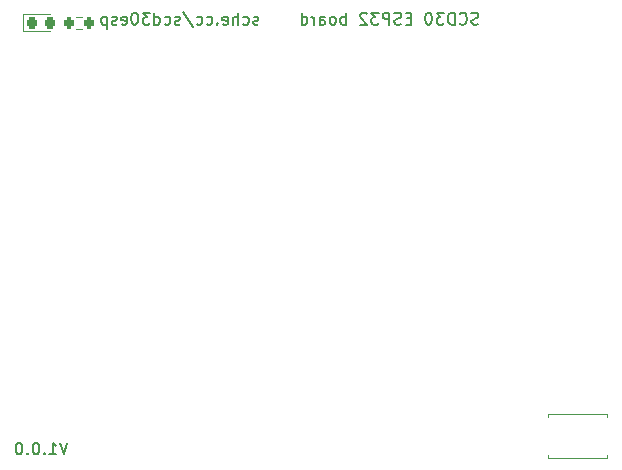
<source format=gbr>
%TF.GenerationSoftware,KiCad,Pcbnew,8.0.7*%
%TF.CreationDate,2025-01-23T23:10:58+01:00*%
%TF.ProjectId,scd30_esp,73636433-305f-4657-9370-2e6b69636164,rev?*%
%TF.SameCoordinates,Original*%
%TF.FileFunction,Legend,Bot*%
%TF.FilePolarity,Positive*%
%FSLAX46Y46*%
G04 Gerber Fmt 4.6, Leading zero omitted, Abs format (unit mm)*
G04 Created by KiCad (PCBNEW 8.0.7) date 2025-01-23 23:10:58*
%MOMM*%
%LPD*%
G01*
G04 APERTURE LIST*
G04 Aperture macros list*
%AMRoundRect*
0 Rectangle with rounded corners*
0 $1 Rounding radius*
0 $2 $3 $4 $5 $6 $7 $8 $9 X,Y pos of 4 corners*
0 Add a 4 corners polygon primitive as box body*
4,1,4,$2,$3,$4,$5,$6,$7,$8,$9,$2,$3,0*
0 Add four circle primitives for the rounded corners*
1,1,$1+$1,$2,$3*
1,1,$1+$1,$4,$5*
1,1,$1+$1,$6,$7*
1,1,$1+$1,$8,$9*
0 Add four rect primitives between the rounded corners*
20,1,$1+$1,$2,$3,$4,$5,0*
20,1,$1+$1,$4,$5,$6,$7,0*
20,1,$1+$1,$6,$7,$8,$9,0*
20,1,$1+$1,$8,$9,$2,$3,0*%
G04 Aperture macros list end*
%ADD10C,0.150000*%
%ADD11C,0.120000*%
%ADD12C,0.000000*%
%ADD13R,1.700000X1.700000*%
%ADD14O,1.700000X1.700000*%
%ADD15C,3.200000*%
%ADD16C,0.650000*%
%ADD17O,1.000000X2.100000*%
%ADD18O,1.000000X1.600000*%
%ADD19C,1.000000*%
%ADD20R,1.450000X1.000000*%
%ADD21RoundRect,0.200000X-0.200000X-0.275000X0.200000X-0.275000X0.200000X0.275000X-0.200000X0.275000X0*%
%ADD22RoundRect,0.218750X-0.218750X-0.256250X0.218750X-0.256250X0.218750X0.256250X-0.218750X0.256250X0*%
G04 APERTURE END LIST*
D10*
X131010839Y-79807200D02*
X130915601Y-79854819D01*
X130915601Y-79854819D02*
X130725125Y-79854819D01*
X130725125Y-79854819D02*
X130629887Y-79807200D01*
X130629887Y-79807200D02*
X130582268Y-79711961D01*
X130582268Y-79711961D02*
X130582268Y-79664342D01*
X130582268Y-79664342D02*
X130629887Y-79569104D01*
X130629887Y-79569104D02*
X130725125Y-79521485D01*
X130725125Y-79521485D02*
X130867982Y-79521485D01*
X130867982Y-79521485D02*
X130963220Y-79473866D01*
X130963220Y-79473866D02*
X131010839Y-79378628D01*
X131010839Y-79378628D02*
X131010839Y-79331009D01*
X131010839Y-79331009D02*
X130963220Y-79235771D01*
X130963220Y-79235771D02*
X130867982Y-79188152D01*
X130867982Y-79188152D02*
X130725125Y-79188152D01*
X130725125Y-79188152D02*
X130629887Y-79235771D01*
X129725125Y-79807200D02*
X129820363Y-79854819D01*
X129820363Y-79854819D02*
X130010839Y-79854819D01*
X130010839Y-79854819D02*
X130106077Y-79807200D01*
X130106077Y-79807200D02*
X130153696Y-79759580D01*
X130153696Y-79759580D02*
X130201315Y-79664342D01*
X130201315Y-79664342D02*
X130201315Y-79378628D01*
X130201315Y-79378628D02*
X130153696Y-79283390D01*
X130153696Y-79283390D02*
X130106077Y-79235771D01*
X130106077Y-79235771D02*
X130010839Y-79188152D01*
X130010839Y-79188152D02*
X129820363Y-79188152D01*
X129820363Y-79188152D02*
X129725125Y-79235771D01*
X129296553Y-79854819D02*
X129296553Y-78854819D01*
X128867982Y-79854819D02*
X128867982Y-79331009D01*
X128867982Y-79331009D02*
X128915601Y-79235771D01*
X128915601Y-79235771D02*
X129010839Y-79188152D01*
X129010839Y-79188152D02*
X129153696Y-79188152D01*
X129153696Y-79188152D02*
X129248934Y-79235771D01*
X129248934Y-79235771D02*
X129296553Y-79283390D01*
X128010839Y-79807200D02*
X128106077Y-79854819D01*
X128106077Y-79854819D02*
X128296553Y-79854819D01*
X128296553Y-79854819D02*
X128391791Y-79807200D01*
X128391791Y-79807200D02*
X128439410Y-79711961D01*
X128439410Y-79711961D02*
X128439410Y-79331009D01*
X128439410Y-79331009D02*
X128391791Y-79235771D01*
X128391791Y-79235771D02*
X128296553Y-79188152D01*
X128296553Y-79188152D02*
X128106077Y-79188152D01*
X128106077Y-79188152D02*
X128010839Y-79235771D01*
X128010839Y-79235771D02*
X127963220Y-79331009D01*
X127963220Y-79331009D02*
X127963220Y-79426247D01*
X127963220Y-79426247D02*
X128439410Y-79521485D01*
X127534648Y-79759580D02*
X127487029Y-79807200D01*
X127487029Y-79807200D02*
X127534648Y-79854819D01*
X127534648Y-79854819D02*
X127582267Y-79807200D01*
X127582267Y-79807200D02*
X127534648Y-79759580D01*
X127534648Y-79759580D02*
X127534648Y-79854819D01*
X126629887Y-79807200D02*
X126725125Y-79854819D01*
X126725125Y-79854819D02*
X126915601Y-79854819D01*
X126915601Y-79854819D02*
X127010839Y-79807200D01*
X127010839Y-79807200D02*
X127058458Y-79759580D01*
X127058458Y-79759580D02*
X127106077Y-79664342D01*
X127106077Y-79664342D02*
X127106077Y-79378628D01*
X127106077Y-79378628D02*
X127058458Y-79283390D01*
X127058458Y-79283390D02*
X127010839Y-79235771D01*
X127010839Y-79235771D02*
X126915601Y-79188152D01*
X126915601Y-79188152D02*
X126725125Y-79188152D01*
X126725125Y-79188152D02*
X126629887Y-79235771D01*
X125772744Y-79807200D02*
X125867982Y-79854819D01*
X125867982Y-79854819D02*
X126058458Y-79854819D01*
X126058458Y-79854819D02*
X126153696Y-79807200D01*
X126153696Y-79807200D02*
X126201315Y-79759580D01*
X126201315Y-79759580D02*
X126248934Y-79664342D01*
X126248934Y-79664342D02*
X126248934Y-79378628D01*
X126248934Y-79378628D02*
X126201315Y-79283390D01*
X126201315Y-79283390D02*
X126153696Y-79235771D01*
X126153696Y-79235771D02*
X126058458Y-79188152D01*
X126058458Y-79188152D02*
X125867982Y-79188152D01*
X125867982Y-79188152D02*
X125772744Y-79235771D01*
X124629887Y-78807200D02*
X125487029Y-80092914D01*
X124344172Y-79807200D02*
X124248934Y-79854819D01*
X124248934Y-79854819D02*
X124058458Y-79854819D01*
X124058458Y-79854819D02*
X123963220Y-79807200D01*
X123963220Y-79807200D02*
X123915601Y-79711961D01*
X123915601Y-79711961D02*
X123915601Y-79664342D01*
X123915601Y-79664342D02*
X123963220Y-79569104D01*
X123963220Y-79569104D02*
X124058458Y-79521485D01*
X124058458Y-79521485D02*
X124201315Y-79521485D01*
X124201315Y-79521485D02*
X124296553Y-79473866D01*
X124296553Y-79473866D02*
X124344172Y-79378628D01*
X124344172Y-79378628D02*
X124344172Y-79331009D01*
X124344172Y-79331009D02*
X124296553Y-79235771D01*
X124296553Y-79235771D02*
X124201315Y-79188152D01*
X124201315Y-79188152D02*
X124058458Y-79188152D01*
X124058458Y-79188152D02*
X123963220Y-79235771D01*
X123058458Y-79807200D02*
X123153696Y-79854819D01*
X123153696Y-79854819D02*
X123344172Y-79854819D01*
X123344172Y-79854819D02*
X123439410Y-79807200D01*
X123439410Y-79807200D02*
X123487029Y-79759580D01*
X123487029Y-79759580D02*
X123534648Y-79664342D01*
X123534648Y-79664342D02*
X123534648Y-79378628D01*
X123534648Y-79378628D02*
X123487029Y-79283390D01*
X123487029Y-79283390D02*
X123439410Y-79235771D01*
X123439410Y-79235771D02*
X123344172Y-79188152D01*
X123344172Y-79188152D02*
X123153696Y-79188152D01*
X123153696Y-79188152D02*
X123058458Y-79235771D01*
X122201315Y-79854819D02*
X122201315Y-78854819D01*
X122201315Y-79807200D02*
X122296553Y-79854819D01*
X122296553Y-79854819D02*
X122487029Y-79854819D01*
X122487029Y-79854819D02*
X122582267Y-79807200D01*
X122582267Y-79807200D02*
X122629886Y-79759580D01*
X122629886Y-79759580D02*
X122677505Y-79664342D01*
X122677505Y-79664342D02*
X122677505Y-79378628D01*
X122677505Y-79378628D02*
X122629886Y-79283390D01*
X122629886Y-79283390D02*
X122582267Y-79235771D01*
X122582267Y-79235771D02*
X122487029Y-79188152D01*
X122487029Y-79188152D02*
X122296553Y-79188152D01*
X122296553Y-79188152D02*
X122201315Y-79235771D01*
X121820362Y-78854819D02*
X121201315Y-78854819D01*
X121201315Y-78854819D02*
X121534648Y-79235771D01*
X121534648Y-79235771D02*
X121391791Y-79235771D01*
X121391791Y-79235771D02*
X121296553Y-79283390D01*
X121296553Y-79283390D02*
X121248934Y-79331009D01*
X121248934Y-79331009D02*
X121201315Y-79426247D01*
X121201315Y-79426247D02*
X121201315Y-79664342D01*
X121201315Y-79664342D02*
X121248934Y-79759580D01*
X121248934Y-79759580D02*
X121296553Y-79807200D01*
X121296553Y-79807200D02*
X121391791Y-79854819D01*
X121391791Y-79854819D02*
X121677505Y-79854819D01*
X121677505Y-79854819D02*
X121772743Y-79807200D01*
X121772743Y-79807200D02*
X121820362Y-79759580D01*
X120582267Y-78854819D02*
X120487029Y-78854819D01*
X120487029Y-78854819D02*
X120391791Y-78902438D01*
X120391791Y-78902438D02*
X120344172Y-78950057D01*
X120344172Y-78950057D02*
X120296553Y-79045295D01*
X120296553Y-79045295D02*
X120248934Y-79235771D01*
X120248934Y-79235771D02*
X120248934Y-79473866D01*
X120248934Y-79473866D02*
X120296553Y-79664342D01*
X120296553Y-79664342D02*
X120344172Y-79759580D01*
X120344172Y-79759580D02*
X120391791Y-79807200D01*
X120391791Y-79807200D02*
X120487029Y-79854819D01*
X120487029Y-79854819D02*
X120582267Y-79854819D01*
X120582267Y-79854819D02*
X120677505Y-79807200D01*
X120677505Y-79807200D02*
X120725124Y-79759580D01*
X120725124Y-79759580D02*
X120772743Y-79664342D01*
X120772743Y-79664342D02*
X120820362Y-79473866D01*
X120820362Y-79473866D02*
X120820362Y-79235771D01*
X120820362Y-79235771D02*
X120772743Y-79045295D01*
X120772743Y-79045295D02*
X120725124Y-78950057D01*
X120725124Y-78950057D02*
X120677505Y-78902438D01*
X120677505Y-78902438D02*
X120582267Y-78854819D01*
X119439410Y-79807200D02*
X119534648Y-79854819D01*
X119534648Y-79854819D02*
X119725124Y-79854819D01*
X119725124Y-79854819D02*
X119820362Y-79807200D01*
X119820362Y-79807200D02*
X119867981Y-79711961D01*
X119867981Y-79711961D02*
X119867981Y-79331009D01*
X119867981Y-79331009D02*
X119820362Y-79235771D01*
X119820362Y-79235771D02*
X119725124Y-79188152D01*
X119725124Y-79188152D02*
X119534648Y-79188152D01*
X119534648Y-79188152D02*
X119439410Y-79235771D01*
X119439410Y-79235771D02*
X119391791Y-79331009D01*
X119391791Y-79331009D02*
X119391791Y-79426247D01*
X119391791Y-79426247D02*
X119867981Y-79521485D01*
X119010838Y-79807200D02*
X118915600Y-79854819D01*
X118915600Y-79854819D02*
X118725124Y-79854819D01*
X118725124Y-79854819D02*
X118629886Y-79807200D01*
X118629886Y-79807200D02*
X118582267Y-79711961D01*
X118582267Y-79711961D02*
X118582267Y-79664342D01*
X118582267Y-79664342D02*
X118629886Y-79569104D01*
X118629886Y-79569104D02*
X118725124Y-79521485D01*
X118725124Y-79521485D02*
X118867981Y-79521485D01*
X118867981Y-79521485D02*
X118963219Y-79473866D01*
X118963219Y-79473866D02*
X119010838Y-79378628D01*
X119010838Y-79378628D02*
X119010838Y-79331009D01*
X119010838Y-79331009D02*
X118963219Y-79235771D01*
X118963219Y-79235771D02*
X118867981Y-79188152D01*
X118867981Y-79188152D02*
X118725124Y-79188152D01*
X118725124Y-79188152D02*
X118629886Y-79235771D01*
X118153695Y-79188152D02*
X118153695Y-80188152D01*
X118153695Y-79235771D02*
X118058457Y-79188152D01*
X118058457Y-79188152D02*
X117867981Y-79188152D01*
X117867981Y-79188152D02*
X117772743Y-79235771D01*
X117772743Y-79235771D02*
X117725124Y-79283390D01*
X117725124Y-79283390D02*
X117677505Y-79378628D01*
X117677505Y-79378628D02*
X117677505Y-79664342D01*
X117677505Y-79664342D02*
X117725124Y-79759580D01*
X117725124Y-79759580D02*
X117772743Y-79807200D01*
X117772743Y-79807200D02*
X117867981Y-79854819D01*
X117867981Y-79854819D02*
X118058457Y-79854819D01*
X118058457Y-79854819D02*
X118153695Y-79807200D01*
X149610839Y-79807200D02*
X149467982Y-79854819D01*
X149467982Y-79854819D02*
X149229887Y-79854819D01*
X149229887Y-79854819D02*
X149134649Y-79807200D01*
X149134649Y-79807200D02*
X149087030Y-79759580D01*
X149087030Y-79759580D02*
X149039411Y-79664342D01*
X149039411Y-79664342D02*
X149039411Y-79569104D01*
X149039411Y-79569104D02*
X149087030Y-79473866D01*
X149087030Y-79473866D02*
X149134649Y-79426247D01*
X149134649Y-79426247D02*
X149229887Y-79378628D01*
X149229887Y-79378628D02*
X149420363Y-79331009D01*
X149420363Y-79331009D02*
X149515601Y-79283390D01*
X149515601Y-79283390D02*
X149563220Y-79235771D01*
X149563220Y-79235771D02*
X149610839Y-79140533D01*
X149610839Y-79140533D02*
X149610839Y-79045295D01*
X149610839Y-79045295D02*
X149563220Y-78950057D01*
X149563220Y-78950057D02*
X149515601Y-78902438D01*
X149515601Y-78902438D02*
X149420363Y-78854819D01*
X149420363Y-78854819D02*
X149182268Y-78854819D01*
X149182268Y-78854819D02*
X149039411Y-78902438D01*
X148039411Y-79759580D02*
X148087030Y-79807200D01*
X148087030Y-79807200D02*
X148229887Y-79854819D01*
X148229887Y-79854819D02*
X148325125Y-79854819D01*
X148325125Y-79854819D02*
X148467982Y-79807200D01*
X148467982Y-79807200D02*
X148563220Y-79711961D01*
X148563220Y-79711961D02*
X148610839Y-79616723D01*
X148610839Y-79616723D02*
X148658458Y-79426247D01*
X148658458Y-79426247D02*
X148658458Y-79283390D01*
X148658458Y-79283390D02*
X148610839Y-79092914D01*
X148610839Y-79092914D02*
X148563220Y-78997676D01*
X148563220Y-78997676D02*
X148467982Y-78902438D01*
X148467982Y-78902438D02*
X148325125Y-78854819D01*
X148325125Y-78854819D02*
X148229887Y-78854819D01*
X148229887Y-78854819D02*
X148087030Y-78902438D01*
X148087030Y-78902438D02*
X148039411Y-78950057D01*
X147610839Y-79854819D02*
X147610839Y-78854819D01*
X147610839Y-78854819D02*
X147372744Y-78854819D01*
X147372744Y-78854819D02*
X147229887Y-78902438D01*
X147229887Y-78902438D02*
X147134649Y-78997676D01*
X147134649Y-78997676D02*
X147087030Y-79092914D01*
X147087030Y-79092914D02*
X147039411Y-79283390D01*
X147039411Y-79283390D02*
X147039411Y-79426247D01*
X147039411Y-79426247D02*
X147087030Y-79616723D01*
X147087030Y-79616723D02*
X147134649Y-79711961D01*
X147134649Y-79711961D02*
X147229887Y-79807200D01*
X147229887Y-79807200D02*
X147372744Y-79854819D01*
X147372744Y-79854819D02*
X147610839Y-79854819D01*
X146706077Y-78854819D02*
X146087030Y-78854819D01*
X146087030Y-78854819D02*
X146420363Y-79235771D01*
X146420363Y-79235771D02*
X146277506Y-79235771D01*
X146277506Y-79235771D02*
X146182268Y-79283390D01*
X146182268Y-79283390D02*
X146134649Y-79331009D01*
X146134649Y-79331009D02*
X146087030Y-79426247D01*
X146087030Y-79426247D02*
X146087030Y-79664342D01*
X146087030Y-79664342D02*
X146134649Y-79759580D01*
X146134649Y-79759580D02*
X146182268Y-79807200D01*
X146182268Y-79807200D02*
X146277506Y-79854819D01*
X146277506Y-79854819D02*
X146563220Y-79854819D01*
X146563220Y-79854819D02*
X146658458Y-79807200D01*
X146658458Y-79807200D02*
X146706077Y-79759580D01*
X145467982Y-78854819D02*
X145372744Y-78854819D01*
X145372744Y-78854819D02*
X145277506Y-78902438D01*
X145277506Y-78902438D02*
X145229887Y-78950057D01*
X145229887Y-78950057D02*
X145182268Y-79045295D01*
X145182268Y-79045295D02*
X145134649Y-79235771D01*
X145134649Y-79235771D02*
X145134649Y-79473866D01*
X145134649Y-79473866D02*
X145182268Y-79664342D01*
X145182268Y-79664342D02*
X145229887Y-79759580D01*
X145229887Y-79759580D02*
X145277506Y-79807200D01*
X145277506Y-79807200D02*
X145372744Y-79854819D01*
X145372744Y-79854819D02*
X145467982Y-79854819D01*
X145467982Y-79854819D02*
X145563220Y-79807200D01*
X145563220Y-79807200D02*
X145610839Y-79759580D01*
X145610839Y-79759580D02*
X145658458Y-79664342D01*
X145658458Y-79664342D02*
X145706077Y-79473866D01*
X145706077Y-79473866D02*
X145706077Y-79235771D01*
X145706077Y-79235771D02*
X145658458Y-79045295D01*
X145658458Y-79045295D02*
X145610839Y-78950057D01*
X145610839Y-78950057D02*
X145563220Y-78902438D01*
X145563220Y-78902438D02*
X145467982Y-78854819D01*
X143944172Y-79331009D02*
X143610839Y-79331009D01*
X143467982Y-79854819D02*
X143944172Y-79854819D01*
X143944172Y-79854819D02*
X143944172Y-78854819D01*
X143944172Y-78854819D02*
X143467982Y-78854819D01*
X143087029Y-79807200D02*
X142944172Y-79854819D01*
X142944172Y-79854819D02*
X142706077Y-79854819D01*
X142706077Y-79854819D02*
X142610839Y-79807200D01*
X142610839Y-79807200D02*
X142563220Y-79759580D01*
X142563220Y-79759580D02*
X142515601Y-79664342D01*
X142515601Y-79664342D02*
X142515601Y-79569104D01*
X142515601Y-79569104D02*
X142563220Y-79473866D01*
X142563220Y-79473866D02*
X142610839Y-79426247D01*
X142610839Y-79426247D02*
X142706077Y-79378628D01*
X142706077Y-79378628D02*
X142896553Y-79331009D01*
X142896553Y-79331009D02*
X142991791Y-79283390D01*
X142991791Y-79283390D02*
X143039410Y-79235771D01*
X143039410Y-79235771D02*
X143087029Y-79140533D01*
X143087029Y-79140533D02*
X143087029Y-79045295D01*
X143087029Y-79045295D02*
X143039410Y-78950057D01*
X143039410Y-78950057D02*
X142991791Y-78902438D01*
X142991791Y-78902438D02*
X142896553Y-78854819D01*
X142896553Y-78854819D02*
X142658458Y-78854819D01*
X142658458Y-78854819D02*
X142515601Y-78902438D01*
X142087029Y-79854819D02*
X142087029Y-78854819D01*
X142087029Y-78854819D02*
X141706077Y-78854819D01*
X141706077Y-78854819D02*
X141610839Y-78902438D01*
X141610839Y-78902438D02*
X141563220Y-78950057D01*
X141563220Y-78950057D02*
X141515601Y-79045295D01*
X141515601Y-79045295D02*
X141515601Y-79188152D01*
X141515601Y-79188152D02*
X141563220Y-79283390D01*
X141563220Y-79283390D02*
X141610839Y-79331009D01*
X141610839Y-79331009D02*
X141706077Y-79378628D01*
X141706077Y-79378628D02*
X142087029Y-79378628D01*
X141182267Y-78854819D02*
X140563220Y-78854819D01*
X140563220Y-78854819D02*
X140896553Y-79235771D01*
X140896553Y-79235771D02*
X140753696Y-79235771D01*
X140753696Y-79235771D02*
X140658458Y-79283390D01*
X140658458Y-79283390D02*
X140610839Y-79331009D01*
X140610839Y-79331009D02*
X140563220Y-79426247D01*
X140563220Y-79426247D02*
X140563220Y-79664342D01*
X140563220Y-79664342D02*
X140610839Y-79759580D01*
X140610839Y-79759580D02*
X140658458Y-79807200D01*
X140658458Y-79807200D02*
X140753696Y-79854819D01*
X140753696Y-79854819D02*
X141039410Y-79854819D01*
X141039410Y-79854819D02*
X141134648Y-79807200D01*
X141134648Y-79807200D02*
X141182267Y-79759580D01*
X140182267Y-78950057D02*
X140134648Y-78902438D01*
X140134648Y-78902438D02*
X140039410Y-78854819D01*
X140039410Y-78854819D02*
X139801315Y-78854819D01*
X139801315Y-78854819D02*
X139706077Y-78902438D01*
X139706077Y-78902438D02*
X139658458Y-78950057D01*
X139658458Y-78950057D02*
X139610839Y-79045295D01*
X139610839Y-79045295D02*
X139610839Y-79140533D01*
X139610839Y-79140533D02*
X139658458Y-79283390D01*
X139658458Y-79283390D02*
X140229886Y-79854819D01*
X140229886Y-79854819D02*
X139610839Y-79854819D01*
X138420362Y-79854819D02*
X138420362Y-78854819D01*
X138420362Y-79235771D02*
X138325124Y-79188152D01*
X138325124Y-79188152D02*
X138134648Y-79188152D01*
X138134648Y-79188152D02*
X138039410Y-79235771D01*
X138039410Y-79235771D02*
X137991791Y-79283390D01*
X137991791Y-79283390D02*
X137944172Y-79378628D01*
X137944172Y-79378628D02*
X137944172Y-79664342D01*
X137944172Y-79664342D02*
X137991791Y-79759580D01*
X137991791Y-79759580D02*
X138039410Y-79807200D01*
X138039410Y-79807200D02*
X138134648Y-79854819D01*
X138134648Y-79854819D02*
X138325124Y-79854819D01*
X138325124Y-79854819D02*
X138420362Y-79807200D01*
X137372743Y-79854819D02*
X137467981Y-79807200D01*
X137467981Y-79807200D02*
X137515600Y-79759580D01*
X137515600Y-79759580D02*
X137563219Y-79664342D01*
X137563219Y-79664342D02*
X137563219Y-79378628D01*
X137563219Y-79378628D02*
X137515600Y-79283390D01*
X137515600Y-79283390D02*
X137467981Y-79235771D01*
X137467981Y-79235771D02*
X137372743Y-79188152D01*
X137372743Y-79188152D02*
X137229886Y-79188152D01*
X137229886Y-79188152D02*
X137134648Y-79235771D01*
X137134648Y-79235771D02*
X137087029Y-79283390D01*
X137087029Y-79283390D02*
X137039410Y-79378628D01*
X137039410Y-79378628D02*
X137039410Y-79664342D01*
X137039410Y-79664342D02*
X137087029Y-79759580D01*
X137087029Y-79759580D02*
X137134648Y-79807200D01*
X137134648Y-79807200D02*
X137229886Y-79854819D01*
X137229886Y-79854819D02*
X137372743Y-79854819D01*
X136182267Y-79854819D02*
X136182267Y-79331009D01*
X136182267Y-79331009D02*
X136229886Y-79235771D01*
X136229886Y-79235771D02*
X136325124Y-79188152D01*
X136325124Y-79188152D02*
X136515600Y-79188152D01*
X136515600Y-79188152D02*
X136610838Y-79235771D01*
X136182267Y-79807200D02*
X136277505Y-79854819D01*
X136277505Y-79854819D02*
X136515600Y-79854819D01*
X136515600Y-79854819D02*
X136610838Y-79807200D01*
X136610838Y-79807200D02*
X136658457Y-79711961D01*
X136658457Y-79711961D02*
X136658457Y-79616723D01*
X136658457Y-79616723D02*
X136610838Y-79521485D01*
X136610838Y-79521485D02*
X136515600Y-79473866D01*
X136515600Y-79473866D02*
X136277505Y-79473866D01*
X136277505Y-79473866D02*
X136182267Y-79426247D01*
X135706076Y-79854819D02*
X135706076Y-79188152D01*
X135706076Y-79378628D02*
X135658457Y-79283390D01*
X135658457Y-79283390D02*
X135610838Y-79235771D01*
X135610838Y-79235771D02*
X135515600Y-79188152D01*
X135515600Y-79188152D02*
X135420362Y-79188152D01*
X134658457Y-79854819D02*
X134658457Y-78854819D01*
X134658457Y-79807200D02*
X134753695Y-79854819D01*
X134753695Y-79854819D02*
X134944171Y-79854819D01*
X134944171Y-79854819D02*
X135039409Y-79807200D01*
X135039409Y-79807200D02*
X135087028Y-79759580D01*
X135087028Y-79759580D02*
X135134647Y-79664342D01*
X135134647Y-79664342D02*
X135134647Y-79378628D01*
X135134647Y-79378628D02*
X135087028Y-79283390D01*
X135087028Y-79283390D02*
X135039409Y-79235771D01*
X135039409Y-79235771D02*
X134944171Y-79188152D01*
X134944171Y-79188152D02*
X134753695Y-79188152D01*
X134753695Y-79188152D02*
X134658457Y-79235771D01*
X114838094Y-115254819D02*
X114504761Y-116254819D01*
X114504761Y-116254819D02*
X114171428Y-115254819D01*
X113314285Y-116254819D02*
X113885713Y-116254819D01*
X113599999Y-116254819D02*
X113599999Y-115254819D01*
X113599999Y-115254819D02*
X113695237Y-115397676D01*
X113695237Y-115397676D02*
X113790475Y-115492914D01*
X113790475Y-115492914D02*
X113885713Y-115540533D01*
X112885713Y-116159580D02*
X112838094Y-116207200D01*
X112838094Y-116207200D02*
X112885713Y-116254819D01*
X112885713Y-116254819D02*
X112933332Y-116207200D01*
X112933332Y-116207200D02*
X112885713Y-116159580D01*
X112885713Y-116159580D02*
X112885713Y-116254819D01*
X112219047Y-115254819D02*
X112123809Y-115254819D01*
X112123809Y-115254819D02*
X112028571Y-115302438D01*
X112028571Y-115302438D02*
X111980952Y-115350057D01*
X111980952Y-115350057D02*
X111933333Y-115445295D01*
X111933333Y-115445295D02*
X111885714Y-115635771D01*
X111885714Y-115635771D02*
X111885714Y-115873866D01*
X111885714Y-115873866D02*
X111933333Y-116064342D01*
X111933333Y-116064342D02*
X111980952Y-116159580D01*
X111980952Y-116159580D02*
X112028571Y-116207200D01*
X112028571Y-116207200D02*
X112123809Y-116254819D01*
X112123809Y-116254819D02*
X112219047Y-116254819D01*
X112219047Y-116254819D02*
X112314285Y-116207200D01*
X112314285Y-116207200D02*
X112361904Y-116159580D01*
X112361904Y-116159580D02*
X112409523Y-116064342D01*
X112409523Y-116064342D02*
X112457142Y-115873866D01*
X112457142Y-115873866D02*
X112457142Y-115635771D01*
X112457142Y-115635771D02*
X112409523Y-115445295D01*
X112409523Y-115445295D02*
X112361904Y-115350057D01*
X112361904Y-115350057D02*
X112314285Y-115302438D01*
X112314285Y-115302438D02*
X112219047Y-115254819D01*
X111457142Y-116159580D02*
X111409523Y-116207200D01*
X111409523Y-116207200D02*
X111457142Y-116254819D01*
X111457142Y-116254819D02*
X111504761Y-116207200D01*
X111504761Y-116207200D02*
X111457142Y-116159580D01*
X111457142Y-116159580D02*
X111457142Y-116254819D01*
X110790476Y-115254819D02*
X110695238Y-115254819D01*
X110695238Y-115254819D02*
X110600000Y-115302438D01*
X110600000Y-115302438D02*
X110552381Y-115350057D01*
X110552381Y-115350057D02*
X110504762Y-115445295D01*
X110504762Y-115445295D02*
X110457143Y-115635771D01*
X110457143Y-115635771D02*
X110457143Y-115873866D01*
X110457143Y-115873866D02*
X110504762Y-116064342D01*
X110504762Y-116064342D02*
X110552381Y-116159580D01*
X110552381Y-116159580D02*
X110600000Y-116207200D01*
X110600000Y-116207200D02*
X110695238Y-116254819D01*
X110695238Y-116254819D02*
X110790476Y-116254819D01*
X110790476Y-116254819D02*
X110885714Y-116207200D01*
X110885714Y-116207200D02*
X110933333Y-116159580D01*
X110933333Y-116159580D02*
X110980952Y-116064342D01*
X110980952Y-116064342D02*
X111028571Y-115873866D01*
X111028571Y-115873866D02*
X111028571Y-115635771D01*
X111028571Y-115635771D02*
X110980952Y-115445295D01*
X110980952Y-115445295D02*
X110933333Y-115350057D01*
X110933333Y-115350057D02*
X110885714Y-115302438D01*
X110885714Y-115302438D02*
X110790476Y-115254819D01*
D11*
%TO.C,SW1*%
X155565000Y-113090000D02*
X155565000Y-112840000D01*
X155565000Y-116560000D02*
X155565000Y-116310000D01*
X155565000Y-116560000D02*
X160485000Y-116560000D01*
X160485000Y-112840000D02*
X155565000Y-112840000D01*
X160485000Y-113090000D02*
X160485000Y-112840000D01*
X160485000Y-116560000D02*
X160485000Y-116310000D01*
%TO.C,R17*%
X116037258Y-79177500D02*
X115562742Y-79177500D01*
X116037258Y-80222500D02*
X115562742Y-80222500D01*
%TO.C,D7*%
X111115000Y-78965000D02*
X111115000Y-80435000D01*
X111115000Y-80435000D02*
X113400000Y-80435000D01*
X113400000Y-78965000D02*
X111115000Y-78965000D01*
%TD*%
%LPC*%
D12*
G36*
X143000000Y-88100000D02*
G01*
X143000000Y-88100000D01*
G75*
G02*
X145200000Y-90300000I0J-2200000D01*
G01*
X145200000Y-93900000D01*
G75*
G02*
X143000000Y-96100000I-2200000J0D01*
G01*
X136300000Y-96100000D01*
G75*
G02*
X134100000Y-93900000I0J2200000D01*
G01*
X134100000Y-90300000D01*
G75*
G02*
X136300000Y-88100000I2200000J0D01*
G01*
X143000000Y-88100000D01*
G37*
D13*
%TO.C,J1*%
X166925000Y-79400000D03*
D14*
X164385000Y-79400000D03*
X161845000Y-79400000D03*
X159305000Y-79400000D03*
X156765000Y-79400000D03*
X154225000Y-79400000D03*
X151685000Y-79400000D03*
%TD*%
D15*
%TO.C,REF\u002A\u002A*%
X122700000Y-113700000D03*
%TD*%
D16*
%TO.C,J2*%
X131685000Y-111400000D03*
X137465000Y-111400000D03*
D17*
X130255000Y-110870000D03*
D18*
X130255000Y-115050000D03*
D17*
X138895000Y-110870000D03*
D18*
X138895000Y-115050000D03*
%TD*%
D15*
%TO.C,REF\u002A\u002A*%
X165500000Y-113700000D03*
%TD*%
D19*
%TO.C,TP1*%
X139800000Y-91900000D03*
%TD*%
D20*
%TO.C,SW1*%
X160600000Y-113850000D03*
X155450000Y-113850000D03*
X160600000Y-115550000D03*
X155450000Y-115550000D03*
%TD*%
D21*
%TO.C,R17*%
X114975000Y-79700000D03*
X116625000Y-79700000D03*
%TD*%
D22*
%TO.C,D7*%
X111812500Y-79700000D03*
X113387500Y-79700000D03*
%TD*%
%LPD*%
M02*

</source>
